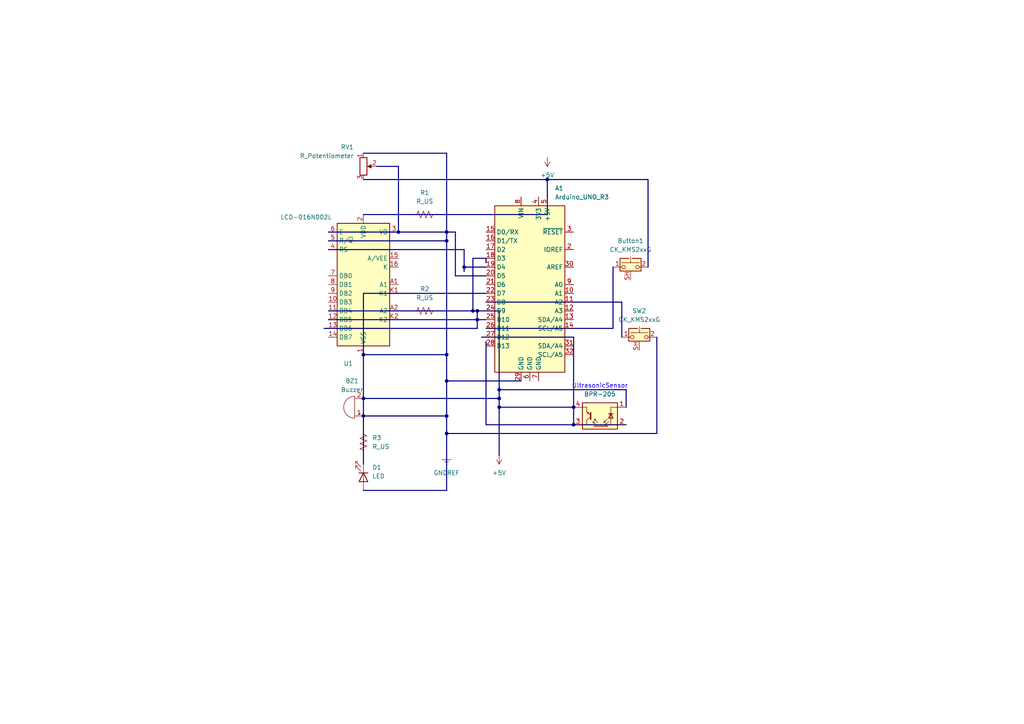
<source format=kicad_sch>
(kicad_sch (version 20231120) (generator "eeschema") (generator_version "8.0")
  (paper "A4")
  (lib_symbols
    (symbol "Device:Buzzer" (pin_names (offset 0.0254) hide)
      (property "Reference" "BZ" (at 3.81 1.27 0))
      (property "Value" "Buzzer" (at 3.81 -1.27 0))
      (symbol "Buzzer_0_1"
        (arc (start 0 -3.175) (mid 3.1612 0) (end 0 3.175))
        (polyline (pts (xy -1.651 1.905) (xy -1.143 1.905)))
        (polyline (pts (xy -1.397 2.159) (xy -1.397 1.651)))
        (polyline (pts (xy 0 3.175) (xy 0 -3.175)))
      )
      (symbol "Buzzer_1_1"
        (pin passive line (at -2.54 2.54 0) (length 2.54) (name "+") (number "1"))
        (pin passive line (at -2.54 -2.54 0) (length 2.54) (name "-") (number "2"))
      )
    )
    (symbol "Device:LED" (pin_numbers hide) (pin_names (offset 1.016) hide)
      (property "Reference" "D" (at 0 2.54 0))
      (property "Value" "LED" (at 0 -2.54 0))
      (symbol "LED_0_1"
        (polyline (pts (xy -1.27 -1.27) (xy -1.27 1.27)) (stroke (width 0.254)))
        (polyline (pts (xy -1.27 0) (xy 1.27 0)))
        (polyline (pts (xy 1.27 -1.27) (xy 1.27 1.27) (xy -1.27 0) (xy 1.27 -1.27)) (stroke (width 0.254)))
        (polyline (pts (xy -3.048 -0.762) (xy -4.572 -2.286) (xy -3.81 -2.286) (xy -4.572 -2.286) (xy -4.572 -1.524)))
        (polyline (pts (xy -1.778 -0.762) (xy -3.302 -2.286) (xy -2.54 -2.286) (xy -3.302 -2.286) (xy -3.302 -1.524)))
      )
      (symbol "LED_1_1"
        (pin passive line (at -3.81 0 0) (length 2.54) (name "K") (number "1"))
        (pin passive line (at 3.81 0 180) (length 2.54) (name "A") (number "2"))
      )
    )
    (symbol "Device:R_Potentiometer" (pin_names (offset 1.016) hide)
      (property "Reference" "RV" (at -4.445 0 90))
      (property "Value" "R_Potentiometer" (at -2.54 0 90))
      (symbol "R_Potentiometer_0_1"
        (polyline (pts (xy 2.54 0) (xy 1.524 0)))
        (polyline (pts (xy 1.143 0) (xy 2.286 0.508) (xy 2.286 -0.508) (xy 1.143 0)) (fill (type outline)))
        (rectangle (start 1.016 2.54) (end -1.016 -2.54) (stroke (width 0.254)))
      )
      (symbol "R_Potentiometer_1_1"
        (pin passive line (at 0 3.81 270) (length 1.27) (name "1") (number "1"))
        (pin passive line (at 3.81 0 180) (length 1.27) (name "2") (number "2"))
        (pin passive line (at 0 -3.81 90) (length 1.27) (name "3") (number "3"))
      )
    )
    (symbol "Device:R_US" (pin_numbers hide) (pin_names (offset 0))
      (property "Reference" "R" (at 2.54 0 90))
      (property "Value" "R_US" (at -2.54 0 90))
      (symbol "R_US_0_1"
        (polyline (pts (xy 0 -2.286) (xy 0 -2.54)))
        (polyline (pts (xy 0 2.286) (xy 0 2.54)))
        (polyline (pts (xy 0 -0.762) (xy 1.016 -1.143) (xy 0 -1.524) (xy -1.016 -1.905) (xy 0 -2.286)))
        (polyline (pts (xy 0 0.762) (xy 1.016 0.381) (xy 0 0) (xy -1.016 -0.381) (xy 0 -0.762)))
        (polyline (pts (xy 0 2.286) (xy 1.016 1.905) (xy 0 1.524) (xy -1.016 1.143) (xy 0 0.762)))
      )
      (symbol "R_US_1_1"
        (pin passive line (at 0 3.81 270) (length 1.27) (name "~") (number "1"))
        (pin passive line (at 0 -3.81 90) (length 1.27) (name "~") (number "2"))
      )
    )
    (symbol "Display_Character:LCD-016N002L"
      (property "Reference" "U" (at -6.35 18.796 0))
      (property "Value" "LCD-016N002L" (at 8.636 18.796 0))
      (symbol "LCD-016N002L_1_1"
        (rectangle (start -7.62 17.78) (end 7.62 -17.78) (stroke (width 0.254)) (fill (type background)))
        (pin power_in line (at 0 -20.32 90) (length 2.54) (name "VSS") (number "1"))
        (pin bidirectional line (at -10.16 -5.08 0) (length 2.54) (name "DB3") (number "10"))
        (pin bidirectional line (at -10.16 -7.62 0) (length 2.54) (name "DB4") (number "11"))
        (pin bidirectional line (at -10.16 -10.16 0) (length 2.54) (name "DB5") (number "12"))
        (pin bidirectional line (at -10.16 -12.7 0) (length 2.54) (name "DB6") (number "13"))
        (pin bidirectional line (at -10.16 -15.24 0) (length 2.54) (name "DB7") (number "14"))
        (pin power_in line (at 10.16 7.62 180) (length 2.54) (name "A/VEE") (number "15"))
        (pin power_in line (at 10.16 5.08 180) (length 2.54) (name "K") (number "16"))
        (pin power_in line (at 0 20.32 270) (length 2.54) (name "VDD") (number "2"))
        (pin input line (at 10.16 15.24 180) (length 2.54) (name "VO") (number "3"))
        (pin input line (at -10.16 10.16 0) (length 2.54) (name "RS") (number "4"))
        (pin input line (at -10.16 12.7 0) (length 2.54) (name "R/~{W}") (number "5"))
        (pin input line (at -10.16 15.24 0) (length 2.54) (name "E") (number "6"))
        (pin bidirectional line (at -10.16 2.54 0) (length 2.54) (name "DB0") (number "7"))
        (pin bidirectional line (at -10.16 0 0) (length 2.54) (name "DB1") (number "8"))
        (pin bidirectional line (at -10.16 -2.54 0) (length 2.54) (name "DB2") (number "9"))
        (pin power_in line (at 10.16 0 180) (length 2.54) (name "A1") (number "A1"))
        (pin power_in line (at 10.16 -7.62 180) (length 2.54) (name "A2") (number "A2"))
        (pin power_in line (at 10.16 -2.54 180) (length 2.54) (name "K1") (number "K1"))
        (pin power_in line (at 10.16 -10.16 180) (length 2.54) (name "K2") (number "K2"))
      )
    )
    (symbol "MCU_Module:Arduino_UNO_R3"
      (property "Reference" "A" (at -10.16 23.495 0))
      (property "Value" "Arduino_UNO_R3" (at 5.08 -26.67 0))
      (symbol "Arduino_UNO_R3_0_1"
        (rectangle (start -10.16 22.86) (end 10.16 -25.4) (stroke (width 0.254)) (fill (type background)))
      )
      (symbol "Arduino_UNO_R3_1_1"
        (pin no_connect line (at -10.16 -20.32 0) (length 2.54) hide (name "NC") (number "1"))
        (pin bidirectional line (at 12.7 -2.54 180) (length 2.54) (name "A1") (number "10"))
        (pin bidirectional line (at 12.7 -5.08 180) (length 2.54) (name "A2") (number "11"))
        (pin bidirectional line (at 12.7 -7.62 180) (length 2.54) (name "A3") (number "12"))
        (pin bidirectional line (at 12.7 -10.16 180) (length 2.54) (name "SDA/A4") (number "13"))
        (pin bidirectional line (at 12.7 -12.7 180) (length 2.54) (name "SCL/A5") (number "14"))
        (pin bidirectional line (at -12.7 15.24 0) (length 2.54) (name "D0/RX") (number "15"))
        (pin bidirectional line (at -12.7 12.7 0) (length 2.54) (name "D1/TX") (number "16"))
        (pin bidirectional line (at -12.7 10.16 0) (length 2.54) (name "D2") (number "17"))
        (pin bidirectional line (at -12.7 7.62 0) (length 2.54) (name "D3") (number "18"))
        (pin bidirectional line (at -12.7 5.08 0) (length 2.54) (name "D4") (number "19"))
        (pin output line (at 12.7 10.16 180) (length 2.54) (name "IOREF") (number "2"))
        (pin bidirectional line (at -12.7 2.54 0) (length 2.54) (name "D5") (number "20"))
        (pin bidirectional line (at -12.7 0 0) (length 2.54) (name "D6") (number "21"))
        (pin bidirectional line (at -12.7 -2.54 0) (length 2.54) (name "D7") (number "22"))
        (pin bidirectional line (at -12.7 -5.08 0) (length 2.54) (name "D8") (number "23"))
        (pin bidirectional line (at -12.7 -7.62 0) (length 2.54) (name "D9") (number "24"))
        (pin bidirectional line (at -12.7 -10.16 0) (length 2.54) (name "D10") (number "25"))
        (pin bidirectional line (at -12.7 -12.7 0) (length 2.54) (name "D11") (number "26"))
        (pin bidirectional line (at -12.7 -15.24 0) (length 2.54) (name "D12") (number "27"))
        (pin bidirectional line (at -12.7 -17.78 0) (length 2.54) (name "D13") (number "28"))
        (pin power_in line (at -2.54 -27.94 90) (length 2.54) (name "GND") (number "29"))
        (pin input line (at 12.7 15.24 180) (length 2.54) (name "~{RESET}") (number "3"))
        (pin input line (at 12.7 5.08 180) (length 2.54) (name "AREF") (number "30"))
        (pin bidirectional line (at 12.7 -17.78 180) (length 2.54) (name "SDA/A4") (number "31"))
        (pin bidirectional line (at 12.7 -20.32 180) (length 2.54) (name "SCL/A5") (number "32"))
        (pin power_out line (at 2.54 25.4 270) (length 2.54) (name "3V3") (number "4"))
        (pin power_out line (at 5.08 25.4 270) (length 2.54) (name "+5V") (number "5"))
        (pin power_in line (at 0 -27.94 90) (length 2.54) (name "GND") (number "6"))
        (pin power_in line (at 2.54 -27.94 90) (length 2.54) (name "GND") (number "7"))
        (pin power_in line (at -2.54 25.4 270) (length 2.54) (name "VIN") (number "8"))
        (pin bidirectional line (at 12.7 0 180) (length 2.54) (name "A0") (number "9"))
      )
    )
    (symbol "Sensor_Proximity:BPR-205" (pin_names (offset 1.016) hide)
      (property "Reference" "U" (at -3.81 5.08 0))
      (property "Value" "BPR-205" (at 10.16 5.08 0))
      (symbol "BPR-205_0_1"
        (polyline (pts (xy -3.81 -0.635) (xy -2.54 -0.635)) (stroke (width 0.254)))
        (polyline (pts (xy -2.286 2.921) (xy -2.032 3.175)))
        (polyline (pts (xy -1.778 2.921) (xy -1.524 3.175)))
        (polyline (pts (xy -1.524 2.667) (xy -1.651 2.159)))
        (polyline (pts (xy -1.27 2.921) (xy -1.016 3.175)))
        (polyline (pts (xy -1.143 1.905) (xy -1.27 1.397)))
        (polyline (pts (xy -0.762 2.921) (xy -0.508 3.175)))
        (polyline (pts (xy -0.254 2.921) (xy 0 3.175)))
        (polyline (pts (xy 0.254 2.921) (xy 0.508 3.175)))
        (polyline (pts (xy 0.762 2.921) (xy 1.016 3.175)))
        (polyline (pts (xy 1.27 2.921) (xy 1.524 3.175)))
        (polyline (pts (xy 1.651 0.889) (xy 1.143 1.016)))
        (polyline (pts (xy 1.778 2.921) (xy -2.413 2.921)))
        (polyline (pts (xy 2.032 1.651) (xy 1.524 1.778)))
        (polyline (pts (xy 2.667 -0.127) (xy 3.81 -1.27)))
        (polyline (pts (xy 2.667 0.127) (xy 3.81 1.27)))
        (polyline (pts (xy -2.54 1.651) (xy -1.524 2.667) (xy -2.032 2.54)))
        (polyline (pts (xy -2.159 0.889) (xy -1.143 1.905) (xy -1.651 1.778)))
        (polyline (pts (xy 0.635 1.905) (xy 1.651 0.889) (xy 1.524 1.397)))
        (polyline (pts (xy 1.016 2.667) (xy 2.032 1.651) (xy 1.905 2.159)))
        (polyline (pts (xy 2.667 1.016) (xy 2.667 -1.016) (xy 2.667 -1.016)) (stroke (width 0.3556)))
        (polyline (pts (xy 3.81 -1.27) (xy 3.81 -2.54) (xy 5.08 -2.54)))
        (polyline (pts (xy 3.81 1.27) (xy 3.81 2.54) (xy 5.08 2.54)))
        (polyline (pts (xy -5.08 -2.54) (xy -3.175 -2.54) (xy -3.175 2.54) (xy -5.08 2.54)))
        (polyline (pts (xy -3.175 -0.635) (xy -3.81 0.635) (xy -2.54 0.635) (xy -3.175 -0.635)) (stroke (width 0.254)))
        (polyline (pts (xy 3.683 -1.143) (xy 3.429 -0.635) (xy 3.175 -0.889) (xy 3.683 -1.143)))
        (polyline (pts (xy -5.08 -3.81) (xy 5.08 -3.81) (xy 5.08 3.81) (xy -5.08 3.81) (xy -5.08 -3.81)) (stroke (width 0.254)) (fill (type background)))
      )
      (symbol "BPR-205_1_1"
        (pin passive line (at -7.62 -2.54 0) (length 2.54) (name "K") (number "1"))
        (pin passive line (at -7.62 2.54 0) (length 2.54) (name "A") (number "2"))
        (pin open_collector line (at 7.62 2.54 180) (length 2.54) (name "C") (number "3"))
        (pin open_emitter line (at 7.62 -2.54 180) (length 2.54) (name "E") (number "4"))
      )
    )
    (symbol "Switch:CK_KMS2xxG" (pin_names (offset 1.016) hide)
      (property "Reference" "SW" (at 4.318 2.032 0))
      (property "Value" "CK_KMS2xxG" (at 0 4.572 0))
      (symbol "CK_KMS2xxG_0_1"
        (circle (center -2.032 0) (radius 0.508))
        (polyline (pts (xy 0 1.27) (xy 0 3.048)))
        (polyline (pts (xy 2.54 1.27) (xy -2.54 1.27)))
        (polyline (pts (xy 0.508 2.54) (xy 3.048 2.54) (xy 3.048 -1.143) (xy -3.048 -1.143) (xy -3.048 2.54) (xy -0.508 2.54)) (stroke (width -0.0254)))
        (polyline (pts (xy 0.508 2.54) (xy 3.048 2.54) (xy 3.048 -1.143) (xy -3.048 -1.143) (xy -3.048 2.54) (xy -0.508 2.54)) (stroke (width 0.254)))
        (circle (center 2.032 0) (radius 0.508))
        (pin passive line (at -5.08 0 0) (length 2.54) (name "1") (number "1"))
        (pin passive line (at 5.08 0 180) (length 2.54) (name "2") (number "2"))
      )
      (symbol "CK_KMS2xxG_1_1"
        (rectangle (start -3.048 2.54) (end 3.048 -1.27) (stroke (width -0.0254)) (fill (type background)))
        (pin passive line (at 0 -3.81 90) (length 2.54) (name "B") (number "SH"))
      )
    )
    (symbol "power:+5V" (power) (pin_numbers hide) (pin_names (offset 0) hide)
      (property "Value" "+5V" (at 0 3.556 0))
      (symbol "+5V_0_1"
        (polyline (pts (xy -0.762 1.27) (xy 0 2.54)))
        (polyline (pts (xy 0 0) (xy 0 2.54)))
        (polyline (pts (xy 0 2.54) (xy 0.762 1.27)))
      )
      (symbol "+5V_1_1"
        (pin power_in line (at 0 0 90) (length 0) (name "~") (number "1"))
      )
    )
    (symbol "power:GNDREF" (power) (pin_numbers hide) (pin_names (offset 0) hide)
      (property "Value" "GNDREF" (at 0 -3.81 0))
      (symbol "GNDREF_0_1"
        (polyline (pts (xy -0.635 -1.905) (xy 0.635 -1.905)))
        (polyline (pts (xy -0.127 -2.54) (xy 0.127 -2.54)))
        (polyline (pts (xy 0 -1.27) (xy 0 0)))
        (polyline (pts (xy 1.27 -1.27) (xy -1.27 -1.27)))
      )
      (symbol "GNDREF_1_1"
        (pin power_in line (at 0 0 270) (length 0) (name "~") (number "1"))
      )
    )
  )
  (junction (at 105.41 120.65))
  (junction (at 158.75 52.07))
  (junction (at 144.78 113.03))
  (junction (at 115.57 67.31))
  (junction (at 129.54 120.65))
  (junction (at 166.37 123.19))
  (junction (at 138.43 90.17))
  (junction (at 129.54 102.87))
  (junction (at 134.62 77.47))
  (junction (at 138.43 92.71))
  (junction (at 129.54 110.49))
  (junction (at 105.41 115.57))
  (junction (at 166.37 118.11))
  (junction (at 144.78 115.57))
  (junction (at 105.41 102.87))
  (junction (at 129.54 125.73))
  (junction (at 129.54 69.85))
  (junction (at 129.54 67.31))
  (junction (at 144.78 118.11))
  (junction (at 137.16 90.17))
  (bus (pts (xy 181.61 123.19) (xy 166.37 123.19)))
  (bus (pts (xy 105.41 134.62) (xy 105.41 120.65)))
  (bus (pts (xy 105.41 142.24) (xy 129.54 142.24)))
  (bus (pts (xy 134.62 77.47) (xy 140.97 77.47)))
  (bus (pts (xy 355.6 120.65) (xy 356.87 120.65)))
  (bus (pts (xy 105.41 102.87) (xy 129.54 102.87)))
  (bus (pts (xy 190.5 97.79) (xy 190.5 125.73)))
  (bus (pts (xy 144.78 90.17) (xy 144.78 113.03)))
  (bus (pts (xy 129.54 125.73) (xy 129.54 142.24)))
  (bus (pts (xy 144.78 118.11) (xy 144.78 132.08)))
  (bus (pts (xy 129.54 67.31) (xy 132.08 67.31)))
  (bus (pts (xy 181.61 113.03) (xy 144.78 113.03)))
  (bus (pts (xy 355.6 123.19) (xy 355.6 120.65)))
  (bus (pts (xy 129.54 44.45) (xy 129.54 67.31)))
  (bus (pts (xy 129.54 69.85) (xy 129.54 102.87)))
  (bus (pts (xy 105.41 120.65) (xy 129.54 120.65)))
  (bus (pts (xy 166.37 118.11) (xy 144.78 118.11)))
  (bus (pts (xy 129.54 102.87) (xy 129.54 110.49)))
  (bus (pts (xy 166.37 123.19) (xy 140.97 123.19)))
  (bus (pts (xy 105.41 62.23) (xy 158.75 62.23)))
  (bus (pts (xy 95.25 92.71) (xy 138.43 92.71)))
  (bus (pts (xy 115.57 67.31) (xy 115.57 48.26)))
  (bus (pts (xy 151.13 110.49) (xy 129.54 110.49)))
  (bus (pts (xy 134.62 72.39) (xy 134.62 77.47)))
  (bus (pts (xy 139.7 97.79) (xy 166.37 97.79)))
  (bus (pts (xy 140.97 87.63) (xy 180.34 87.63)))
  (bus (pts (xy 105.41 102.87) (xy 105.41 85.09)))
  (bus (pts (xy 134.62 77.47) (xy 134.62 78.74)))
  (bus (pts (xy 138.43 95.25) (xy 138.43 92.71)))
  (bus (pts (xy 105.41 52.07) (xy 158.75 52.07)))
  (bus (pts (xy 132.08 80.01) (xy 140.97 80.01)))
  (bus (pts (xy 105.41 115.57) (xy 144.78 115.57)))
  (bus (pts (xy 115.57 67.31) (xy 129.54 67.31)))
  (bus (pts (xy 129.54 110.49) (xy 129.54 120.65)))
  (bus (pts (xy 105.41 85.09) (xy 140.97 85.09)))
  (bus (pts (xy 140.97 95.25) (xy 177.8 95.25)))
  (bus (pts (xy 140.97 74.93) (xy 140.97 76.2)))
  (bus (pts (xy 129.54 67.31) (xy 129.54 69.85)))
  (bus (pts (xy 138.43 90.17) (xy 144.78 90.17)))
  (bus (pts (xy 109.22 48.26) (xy 115.57 48.26)))
  (bus (pts (xy 95.25 69.85) (xy 129.54 69.85)))
  (bus (pts (xy 190.5 125.73) (xy 129.54 125.73)))
  (bus (pts (xy 187.96 52.07) (xy 158.75 52.07)))
  (bus (pts (xy 95.25 72.39) (xy 134.62 72.39)))
  (bus (pts (xy 95.25 90.17) (xy 137.16 90.17)))
  (bus (pts (xy 144.78 113.03) (xy 144.78 115.57)))
  (bus (pts (xy 187.96 77.47) (xy 187.96 52.07)))
  (bus (pts (xy 181.61 118.11) (xy 181.61 113.03)))
  (bus (pts (xy 95.25 67.31) (xy 115.57 67.31)))
  (bus (pts (xy 158.75 52.07) (xy 158.75 62.23)))
  (bus (pts (xy 166.37 123.19) (xy 166.37 118.11)))
  (bus (pts (xy 137.16 74.93) (xy 140.97 74.93)))
  (bus (pts (xy 166.37 118.11) (xy 166.37 97.79)))
  (bus (pts (xy 180.34 97.79) (xy 180.34 87.63)))
  (bus (pts (xy 138.43 92.71) (xy 138.43 90.17)))
  (bus (pts (xy 132.08 67.31) (xy 132.08 80.01)))
  (bus (pts (xy 129.54 120.65) (xy 129.54 125.73)))
  (bus (pts (xy 140.97 99.06) (xy 140.97 123.19)))
  (bus (pts (xy 105.41 44.45) (xy 129.54 44.45)))
  (bus (pts (xy 138.43 92.71) (xy 140.97 92.71)))
  (bus (pts (xy 397.51 64.77) (xy 397.51 113.03)))
  (bus (pts (xy 137.16 74.93) (xy 137.16 90.17)))
  (bus (pts (xy 93.98 95.25) (xy 138.43 95.25)))
  (bus (pts (xy 177.8 77.47) (xy 177.8 95.25)))
  (bus (pts (xy 105.41 120.65) (xy 105.41 115.57)))
  (bus (pts (xy 105.41 115.57) (xy 105.41 102.87)))
  (bus (pts (xy 144.78 115.57) (xy 144.78 118.11)))
  (bus (pts (xy 137.16 90.17) (xy 138.43 90.17)))
  (symbol (lib_id "power:+5V") (at 158.75 45.72 180) (unit 1)
    (property "Reference" "#PWR02" (effects (hide yes)))
    (property "Value" "+5V" (at 158.75 50.8 0))
    (property "Description" "Power symbol creates a global label with name \"+5V\"" (effects (hide yes)))
  )
  (symbol (lib_id "Device:R_US") (at 105.41 128.27 180) (unit 1)
    (property "Reference" "R3" (at 107.95 126.9999 0) (effects (justify right)))
    (property "Value" "R_US" (at 107.95 129.5399 0) (effects (justify right)))
    (property "Description" "Resistor, US symbol" (effects (hide yes)))
  )
  (symbol (lib_id "Switch:CK_KMS2xxG") (at 182.88 77.47 0) (unit 1)
    (property "Reference" "Button1" (at 182.88 69.85 0))
    (property "Value" "CK_KMS2xxG" (at 182.88 72.39 0))
    (property "Footprint" "Button_Switch_SMD:SW_SPST_CK_KMS2xxGP" (effects (hide yes)))
    (property "Datasheet" "https://www.ckswitches.com/media/1482/kms.pdf" (effects (hide yes)))
    (property "Description" "Microminiature SMT Side Actuated, 4.2 x 2.8 x 1.42mm, without pegs, with shield pin" (effects (hide yes)))
  )
  (symbol (lib_id "Device:Buzzer") (at 102.87 118.11 180) (unit 1)
    (property "Reference" "BZ1" (at 102.1149 110.49 0))
    (property "Value" "Buzzer" (at 102.1149 113.03 0))
    (property "Description" "Buzzer, polarized" (effects (hide yes)))
  )
  (symbol (lib_id "Display_Character:LCD-016N002L") (at 105.41 82.55 0) (unit 1)
    (property "Reference" "U1" (at 102.3935 105.41 0) (effects (justify right)))
    (property "Value" "LCD-016N002L" (at 96.266 62.992 0) (effects (justify right)))
    (property "Footprint" "Display:LCD-016N002L" (effects (hide yes)))
    (property "Datasheet" "http://www.vishay.com/docs/37299/37299.pdf" (effects (hide yes)))
    (property "Description" "LCD 12x2, 8 bit parallel bus, 3V or 5V VDD" (effects (hide yes)))
  )
  (symbol (lib_id "Switch:CK_KMS2xxG") (at 185.42 97.79 0) (unit 1)
    (property "Reference" "SW2" (at 185.42 90.17 0))
    (property "Value" "CK_KMS2xxG" (at 185.42 92.71 0))
    (property "Footprint" "Button_Switch_SMD:SW_SPST_CK_KMS2xxGP" (effects (hide yes)))
    (property "Datasheet" "https://www.ckswitches.com/media/1482/kms.pdf" (effects (hide yes)))
    (property "Description" "Microminiature SMT Side Actuated, 4.2 x 2.8 x 1.42mm, without pegs, with shield pin" (effects (hide yes)))
  )
  (symbol (lib_id "Sensor_Proximity:BPR-205") (at 173.99 120.65 180) (unit 1)
    (property "Reference" "UltrasonicSensor" (at 173.99 111.76 0))
    (property "Value" "BPR-205" (at 173.99 114.3 0))
    (property "Footprint" "OptoDevice:Everlight_ITR8307" (effects (hide yes)))
    (property "Datasheet" "http://www.ystone.com.tw/en/data/goods/IRPT/Photo%20Interrupters-Reflective%20Type.pdf" (effects (hide yes)))
    (property "Description" "Subminiature Reflective Optical Sensor, Darlington photo transistor, SMD-package with PCB-cutout" (effects (hide yes)))
  )
  (symbol (lib_id "MCU_Module:Arduino_UNO_R3") (at 153.67 82.55 0) (unit 1)
    (property "Reference" "A1" (at 160.9441 54.61 0) (effects (justify left)))
    (property "Value" "Arduino_UNO_R3" (at 160.9441 57.15 0) (effects (justify left)))
    (property "Footprint" "Module:Arduino_UNO_R3" (effects (hide yes)))
    (property "Datasheet" "https://www.arduino.cc/en/Main/arduinoBoardUno" (effects (hide yes)))
    (property "Description" "Arduino UNO Microcontroller Module, release 3" (effects (hide yes)))
  )
  (symbol (lib_id "Device:R_Potentiometer") (at 105.41 48.26 0) (unit 1)
    (property "Reference" "RV1" (at 102.616 42.672 0) (effects (justify right)))
    (property "Value" "R_Potentiometer" (at 102.616 45.212 0) (effects (justify right)))
    (property "Description" "Potentiometer" (effects (hide yes)))
  )
  (symbol (lib_id "Device:R_US") (at 123.19 90.17 90) (unit 1)
    (property "Reference" "R2" (at 123.19 83.82 90))
    (property "Value" "R_US" (at 123.19 86.36 90))
    (property "Description" "Resistor, US symbol" (effects (hide yes)))
  )
  (symbol (lib_id "power:+5V") (at 144.78 132.08 180) (unit 1)
    (property "Reference" "#PWR03" (effects (hide yes)))
    (property "Value" "+5V" (at 144.78 137.16 0))
    (property "Description" "Power symbol creates a global label with name \"+5V\"" (effects (hide yes)))
  )
  (symbol (lib_id "Device:LED") (at 105.41 138.43 270) (unit 1)
    (property "Reference" "D1" (at 107.95 135.5724 90) (effects (justify left)))
    (property "Value" "LED" (at 107.95 138.1124 90) (effects (justify left)))
    (property "Description" "Light emitting diode" (effects (hide yes)))
  )
  (symbol (lib_id "Device:R_US") (at 123.19 62.23 90) (unit 1)
    (property "Reference" "R1" (at 123.19 55.88 90))
    (property "Value" "R_US" (at 123.19 58.42 90))
    (property "Description" "Resistor, US symbol" (effects (hide yes)))
  )
  (symbol (lib_id "power:GNDREF") (at 129.54 132.08 0) (unit 1)
    (property "Reference" "#PWR01" (effects (hide yes)))
    (property "Value" "GNDREF" (at 129.54 137.16 0))
    (property "Description" "Power symbol creates a global label with name \"GNDREF\" , reference supply ground" (effects (hide yes)))
  )
)
</source>
